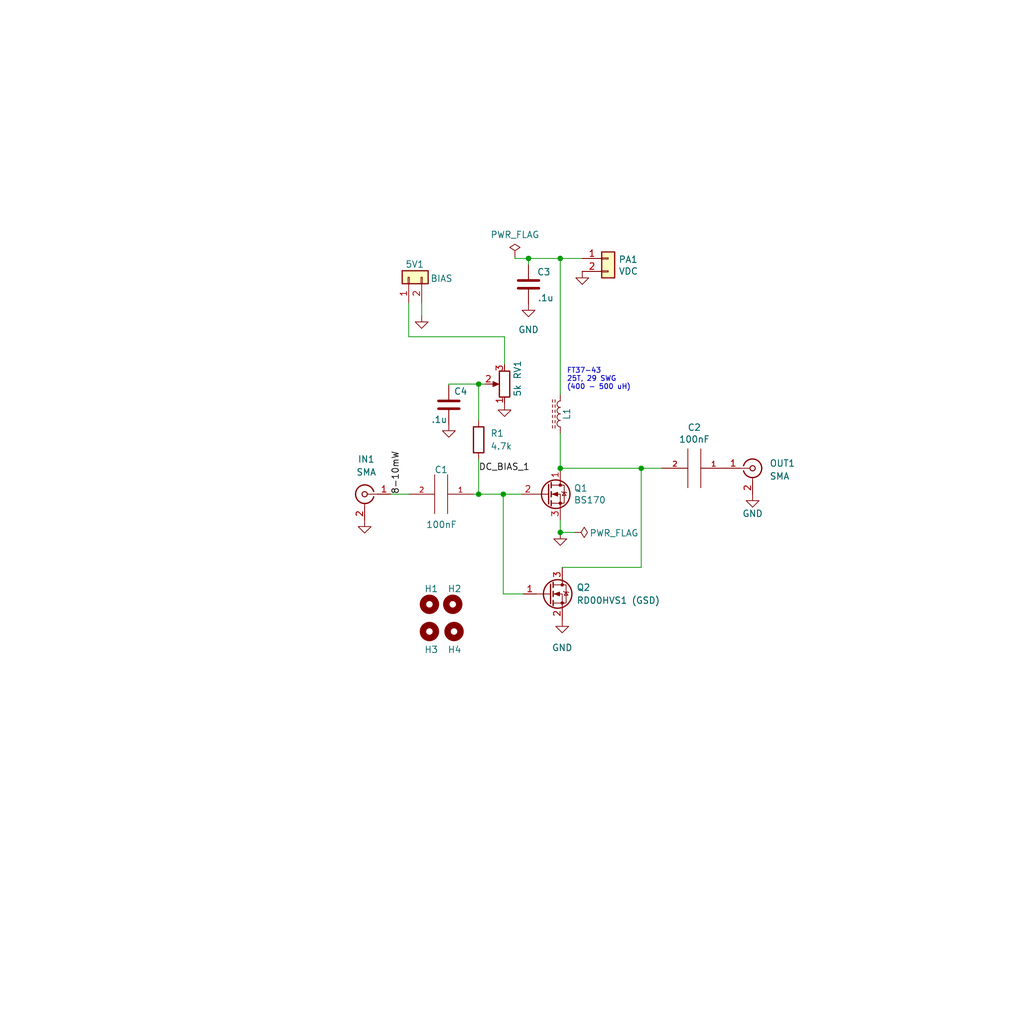
<source format=kicad_sch>
(kicad_sch (version 20211123) (generator eeschema)
  (paper "User" 200 200.812)
  (title_block (title "Experimental-Driver Block") (date "2022-03-13") (company "Dhiru Kholia (VU3CER)") (comment 1 "RF_IN -> ACT00 -> Voltage Divider -> BS170 chain"))
  (lib_symbols
    (symbol "Connector:Conn_Coaxial" (pin_names (offset 1.016) hide)
      (property "Reference" "J" (at 0.254 3.048 0))
      (property "Value" "Conn_Coaxial" (at 2.921 0 90))
      (symbol "Conn_Coaxial_0_1"
        (arc (start -1.778 -0.508) (mid 0.222 -1.808) (end 1.778 0) (stroke (width 0.254)))
        (polyline (pts (xy -2.54 0) (xy -0.508 0)))
        (polyline (pts (xy 0 -2.54) (xy 0 -1.778)))
        (circle (center 0 0) (radius 0.508) (stroke (width 0.2032)))
        (arc (start 1.778 0) (mid 0.222 1.8083) (end -1.778 0.508) (stroke (width 0.254)))
      )
      (symbol "Conn_Coaxial_1_1"
        (pin passive line (at -5.08 0 0) (length 2.54) (name "In") (number "1"))
        (pin passive line (at 0 -5.08 90) (length 2.54) (name "Ext") (number "2"))
      )
    )
    (symbol "Connector_Generic:Conn_01x02" (pin_names (offset 1.016) hide)
      (property "Reference" "J" (at 0 2.54 0))
      (property "Value" "Conn_01x02" (at 0 -5.08 0))
      (symbol "Conn_01x02_1_1"
        (rectangle (start -1.27 -2.413) (end 0 -2.667) (stroke (width 0.1524)))
        (rectangle (start -1.27 0.127) (end 0 -0.127) (stroke (width 0.1524)))
        (rectangle (start -1.27 1.27) (end 1.27 -3.81) (stroke (width 0.254)) (fill (type background)))
        (pin passive line (at -5.08 0 0) (length 3.81) (name "Pin_1") (number "1"))
        (pin passive line (at -5.08 -2.54 0) (length 3.81) (name "Pin_2") (number "2"))
      )
    )
    (symbol "Device:C" (pin_numbers hide) (pin_names (offset 0.254))
      (property "Reference" "C" (at 0.635 2.54 0))
      (property "Value" "C" (at 0.635 -2.54 0))
      (symbol "C_0_1"
        (polyline (pts (xy -2.032 -0.762) (xy 2.032 -0.762)) (stroke (width 0.508)))
        (polyline (pts (xy -2.032 0.762) (xy 2.032 0.762)) (stroke (width 0.508)))
      )
      (symbol "C_1_1"
        (pin passive line (at 0 3.81 270) (length 2.794) (name "~") (number "1"))
        (pin passive line (at 0 -3.81 90) (length 2.794) (name "~") (number "2"))
      )
    )
    (symbol "Device:L_Ferrite" (pin_numbers hide) (pin_names (offset 1.016) hide)
      (property "Reference" "L" (at -1.27 0 90))
      (property "Value" "L_Ferrite" (at 2.794 0 90))
      (symbol "L_Ferrite_0_1"
        (arc (start 0 -2.54) (mid 0.635 -1.905) (end 0 -1.27))
        (arc (start 0 -1.27) (mid 0.635 -0.635) (end 0 0))
        (polyline (pts (xy 1.016 -2.794) (xy 1.016 -2.286)))
        (polyline (pts (xy 1.016 -1.778) (xy 1.016 -1.27)))
        (polyline (pts (xy 1.016 -0.762) (xy 1.016 -0.254)))
        (polyline (pts (xy 1.016 0.254) (xy 1.016 0.762)))
        (polyline (pts (xy 1.016 1.27) (xy 1.016 1.778)))
        (polyline (pts (xy 1.016 2.286) (xy 1.016 2.794)))
        (polyline (pts (xy 1.524 -2.286) (xy 1.524 -2.794)))
        (polyline (pts (xy 1.524 -1.27) (xy 1.524 -1.778)))
        (polyline (pts (xy 1.524 -0.254) (xy 1.524 -0.762)))
        (polyline (pts (xy 1.524 0.762) (xy 1.524 0.254)))
        (polyline (pts (xy 1.524 1.778) (xy 1.524 1.27)))
        (polyline (pts (xy 1.524 2.794) (xy 1.524 2.286)))
        (arc (start 0 0) (mid 0.635 0.635) (end 0 1.27))
        (arc (start 0 1.27) (mid 0.635 1.905) (end 0 2.54))
      )
      (symbol "L_Ferrite_1_1"
        (pin passive line (at 0 3.81 270) (length 1.27) (name "1") (number "1"))
        (pin passive line (at 0 -3.81 90) (length 1.27) (name "2") (number "2"))
      )
    )
    (symbol "Device:Q_NMOS_GSD" (pin_names (offset 0) hide)
      (property "Reference" "Q" (at 5.08 1.27 0))
      (property "Value" "Q_NMOS_GSD" (at 5.08 -1.27 0))
      (symbol "Q_NMOS_GSD_0_1"
        (polyline (pts (xy 0.254 0) (xy -2.54 0)))
        (polyline (pts (xy 0.254 1.905) (xy 0.254 -1.905)) (stroke (width 0.254)))
        (polyline (pts (xy 0.762 -1.27) (xy 0.762 -2.286)) (stroke (width 0.254)))
        (polyline (pts (xy 0.762 0.508) (xy 0.762 -0.508)) (stroke (width 0.254)))
        (polyline (pts (xy 0.762 2.286) (xy 0.762 1.27)) (stroke (width 0.254)))
        (polyline (pts (xy 2.54 2.54) (xy 2.54 1.778)))
        (polyline (pts (xy 2.54 -2.54) (xy 2.54 0) (xy 0.762 0)))
        (polyline (pts (xy 0.762 -1.778) (xy 3.302 -1.778) (xy 3.302 1.778) (xy 0.762 1.778)))
        (polyline (pts (xy 1.016 0) (xy 2.032 0.381) (xy 2.032 -0.381) (xy 1.016 0)) (fill (type outline)))
        (polyline (pts (xy 2.794 0.508) (xy 2.921 0.381) (xy 3.683 0.381) (xy 3.81 0.254)))
        (polyline (pts (xy 3.302 0.381) (xy 2.921 -0.254) (xy 3.683 -0.254) (xy 3.302 0.381)))
        (circle (center 1.651 0) (radius 2.794) (stroke (width 0.254)))
        (circle (center 2.54 -1.778) (radius 0.254) (fill (type outline)))
        (circle (center 2.54 1.778) (radius 0.254) (fill (type outline)))
      )
      (symbol "Q_NMOS_GSD_1_1"
        (pin input line (at -5.08 0 0) (length 2.54) (name "G") (number "1"))
        (pin passive line (at 2.54 -5.08 90) (length 2.54) (name "S") (number "2"))
        (pin passive line (at 2.54 5.08 270) (length 2.54) (name "D") (number "3"))
      )
    )
    (symbol "Device:R" (pin_numbers hide) (pin_names (offset 0))
      (property "Reference" "R" (at 2.032 0 90))
      (property "Value" "R" (at 0 0 90))
      (symbol "R_0_1"
        (rectangle (start -1.016 -2.54) (end 1.016 2.54) (stroke (width 0.254)))
      )
      (symbol "R_1_1"
        (pin passive line (at 0 3.81 270) (length 1.27) (name "~") (number "1"))
        (pin passive line (at 0 -3.81 90) (length 1.27) (name "~") (number "2"))
      )
    )
    (symbol "Device:R_Potentiometer" (pin_names (offset 1.016) hide)
      (property "Reference" "RV" (at -4.445 0 90))
      (property "Value" "R_Potentiometer" (at -2.54 0 90))
      (symbol "R_Potentiometer_0_1"
        (polyline (pts (xy 2.54 0) (xy 1.524 0)))
        (polyline (pts (xy 1.143 0) (xy 2.286 0.508) (xy 2.286 -0.508) (xy 1.143 0)) (fill (type outline)))
        (rectangle (start 1.016 2.54) (end -1.016 -2.54) (stroke (width 0.254)))
      )
      (symbol "R_Potentiometer_1_1"
        (pin passive line (at 0 3.81 270) (length 1.27) (name "1") (number "1"))
        (pin passive line (at 3.81 0 180) (length 1.27) (name "2") (number "2"))
        (pin passive line (at 0 -3.81 90) (length 1.27) (name "3") (number "3"))
      )
    )
    (symbol "Mechanical:MountingHole" (pin_names (offset 1.016))
      (property "Reference" "H" (at 0 5.08 0))
      (property "Value" "MountingHole" (at 0 3.175 0))
      (symbol "MountingHole_0_1"
        (circle (center 0 0) (radius 1.27) (stroke (width 1.27)))
      )
    )
    (symbol "Transistor_FET:BS170" (pin_names hide)
      (property "Reference" "Q" (at 5.08 1.905 0))
      (property "Value" "BS170" (at 5.08 0 0))
      (symbol "BS170_0_1"
        (polyline (pts (xy 0.254 0) (xy -2.54 0)))
        (polyline (pts (xy 0.254 1.905) (xy 0.254 -1.905)) (stroke (width 0.254)))
        (polyline (pts (xy 0.762 -1.27) (xy 0.762 -2.286)) (stroke (width 0.254)))
        (polyline (pts (xy 0.762 0.508) (xy 0.762 -0.508)) (stroke (width 0.254)))
        (polyline (pts (xy 0.762 2.286) (xy 0.762 1.27)) (stroke (width 0.254)))
        (polyline (pts (xy 2.54 2.54) (xy 2.54 1.778)))
        (polyline (pts (xy 2.54 -2.54) (xy 2.54 0) (xy 0.762 0)))
        (polyline (pts (xy 0.762 -1.778) (xy 3.302 -1.778) (xy 3.302 1.778) (xy 0.762 1.778)))
        (polyline (pts (xy 1.016 0) (xy 2.032 0.381) (xy 2.032 -0.381) (xy 1.016 0)) (fill (type outline)))
        (polyline (pts (xy 2.794 0.508) (xy 2.921 0.381) (xy 3.683 0.381) (xy 3.81 0.254)))
        (polyline (pts (xy 3.302 0.381) (xy 2.921 -0.254) (xy 3.683 -0.254) (xy 3.302 0.381)))
        (circle (center 1.651 0) (radius 2.794) (stroke (width 0.254)))
        (circle (center 2.54 -1.778) (radius 0.254) (fill (type outline)))
        (circle (center 2.54 1.778) (radius 0.254) (fill (type outline)))
      )
      (symbol "BS170_1_1"
        (pin passive line (at 2.54 5.08 270) (length 2.54) (name "D") (number "1"))
        (pin input line (at -5.08 0 0) (length 2.54) (name "G") (number "2"))
        (pin passive line (at 2.54 -5.08 90) (length 2.54) (name "S") (number "3"))
      )
    )
    (symbol "power:GND" (power) (pin_names (offset 0))
      (property "Value" "GND" (at 0 -3.81 0))
      (symbol "GND_0_1"
        (polyline (pts (xy 0 0) (xy 0 -1.27) (xy 1.27 -1.27) (xy 0 -2.54) (xy -1.27 -1.27) (xy 0 -1.27)))
      )
      (symbol "GND_1_1"
        (pin power_in line (at 0 0 270) (length 0) hide (name "GND") (number "1"))
      )
    )
    (symbol "power:PWR_FLAG" (power) (pin_numbers hide) (pin_names (offset 0) hide)
      (property "Value" "PWR_FLAG" (at 0 3.81 0))
      (symbol "PWR_FLAG_0_0"
        (pin power_out line (at 0 0 90) (length 0) (name "pwr") (number "1"))
      )
      (symbol "PWR_FLAG_0_1"
        (polyline (pts (xy 0 0) (xy 0 1.27) (xy -1.016 1.905) (xy 0 2.54) (xy 1.016 1.905) (xy 0 1.27)))
      )
    )
    (symbol "pspice:CAP" (pin_names (offset 0.254))
      (property "Reference" "C" (at 2.54 3.81 90))
      (property "Value" "CAP" (at 2.54 -3.81 90))
      (symbol "CAP_0_1"
        (polyline (pts (xy -3.81 -1.27) (xy 3.81 -1.27)))
        (polyline (pts (xy -3.81 1.27) (xy 3.81 1.27)))
      )
      (symbol "CAP_1_1"
        (pin passive line (at 0 6.35 270) (length 5.08) (name "~") (number "1"))
        (pin passive line (at 0 -6.35 90) (length 5.08) (name "~") (number "2"))
      )
    )
  )
  (junction (at 98.679 96.901))
  (junction (at 109.855 104.394))
  (junction (at 125.73 91.821))
  (junction (at 93.853 96.901))
  (junction (at 109.855 50.673))
  (junction (at 93.853 75.311))
  (junction (at 109.855 91.821))
  (junction (at 103.632 50.673))
  (wire (pts (xy 93.853 75.311) (xy 88.011 75.311)))
  (wire (pts (xy 98.679 116.459) (xy 98.679 96.901)))
  (wire (pts (xy 102.616 116.459) (xy 98.679 116.459)))
  (wire (pts (xy 82.677 59.436) (xy 82.677 61.849)))
  (wire (pts (xy 109.855 50.673) (xy 109.855 77.343)))
  (wire (pts (xy 103.632 50.673) (xy 109.855 50.673)))
  (wire (pts (xy 109.855 91.821) (xy 125.73 91.821)))
  (wire (pts (xy 95.123 75.311) (xy 93.853 75.311)))
  (wire (pts (xy 109.855 91.821) (xy 109.855 84.963)))
  (wire (pts (xy 100.965 50.419) (xy 100.965 50.673)))
  (wire (pts (xy 98.933 66.04) (xy 98.933 71.501)))
  (wire (pts (xy 98.679 96.901) (xy 102.235 96.901)))
  (wire (pts (xy 80.137 66.04) (xy 98.933 66.04)))
  (wire (pts (xy 88.011 75.311) (xy 88.011 75.565)))
  (wire (pts (xy 110.236 111.252) (xy 125.73 111.252)))
  (wire (pts (xy 93.853 90.043) (xy 93.853 96.901)))
  (wire (pts (xy 109.855 50.673) (xy 114.173 50.673)))
  (wire (pts (xy 80.137 59.436) (xy 80.137 66.04)))
  (wire (pts (xy 109.855 104.394) (xy 112.649 104.394)))
  (wire (pts (xy 93.853 75.311) (xy 93.853 82.423)))
  (wire (pts (xy 110.236 111.252) (xy 110.236 111.379)))
  (wire (pts (xy 92.837 96.901) (xy 93.853 96.901)))
  (wire (pts (xy 109.855 101.981) (xy 109.855 104.394)))
  (wire (pts (xy 100.965 50.673) (xy 103.632 50.673)))
  (wire (pts (xy 103.632 51.943) (xy 103.632 50.673)))
  (wire (pts (xy 76.581 96.901) (xy 80.137 96.901)))
  (wire (pts (xy 93.853 96.901) (xy 98.679 96.901)))
  (wire (pts (xy 125.73 91.821) (xy 129.794 91.821)))
  (wire (pts (xy 125.73 111.252) (xy 125.73 91.821)))
  (text "FT37-43\n25T, 29 SWG\n(400 - 500 uH)" (at 111.125 76.581 0) (effects (font (size 0.9906 0.9906)) (justify left bottom)))
  (label "8-10mW" (at 78.613 96.901 90))
  (label "DC_BIAS_1" (at 93.853 92.583 0))
  (symbol (lib_id "pspice:CAP") (at 136.144 91.821 270) (unit 1)
    (property "Reference" "C2" (at 136.144 83.82 90))
    (property "Value" "100nF" (at 136.144 86.1314 90))
    (property "Footprint" "Capacitor_SMD:C_1206_3216Metric_Pad1.33x1.80mm_HandSolder" (effects hide))
  )
  (symbol (lib_id "power:GND") (at 71.501 101.981 0) (unit 1)
    (property "Reference" "#PWR0106" (effects hide))
    (property "Value" "GND" (effects hide))
  )
  (symbol (lib_id "Transistor_FET:BS170") (at 107.315 96.901 0) (unit 1)
    (property "Reference" "Q1" (at 112.4966 95.7326 0) (effects (justify left)))
    (property "Value" "BS170" (at 112.4966 98.044 0) (effects (justify left)))
    (property "Footprint" "Connector_PinSocket_2.54mm:PinSocket_1x03_P2.54mm_Vertical" (effects hide))
    (property "Datasheet" "https://www.onsemi.com/pub/Collateral/BS170-D.PDF" (effects hide))
  )
  (symbol (lib_id "pspice:CAP") (at 86.487 96.901 270) (unit 1)
    (property "Reference" "C1" (at 86.5124 92.1004 90))
    (property "Value" "100nF" (at 86.5632 102.87 90))
    (property "Footprint" "Capacitor_SMD:C_1206_3216Metric_Pad1.33x1.80mm_HandSolder" (effects hide))
  )
  (symbol (lib_id "Device:R_Potentiometer") (at 98.933 75.311 180) (unit 1)
    (property "Reference" "RV1" (at 101.473 72.517 90))
    (property "Value" "5k" (at 101.473 76.581 90))
    (property "Footprint" "Potentiometer_THT:Potentiometer_Runtron_RM-065_Vertical" (effects hide))
  )
  (symbol (lib_id "Device:L_Ferrite") (at 109.855 81.153 180) (unit 1)
    (property "Reference" "L1" (at 111.125 81.153 90))
    (property "Value" "L_Ferrite" (effects hide))
    (property "Footprint" "Inductor_THT:L_Toroid_Vertical_L10.0mm_W5.0mm_P5.08mm" (effects hide))
  )
  (symbol (lib_id "Mechanical:MountingHole") (at 89.027 123.825 0) (unit 1)
    (property "Reference" "H4" (at 87.757 127.381 0) (effects (justify left)))
    (property "Value" "MountingHole" (effects hide))
    (property "Footprint" "MountingHole:MountingHole_2.2mm_M2" (effects hide))
  )
  (symbol (lib_id "power:GND") (at 109.855 104.394 0) (unit 1)
    (property "Reference" "#PWR0114" (effects hide))
    (property "Value" "GND" (effects hide))
  )
  (symbol (lib_id "power:GND") (at 82.677 61.849 0) (unit 1)
    (property "Reference" "#PWR05" (effects hide))
    (property "Value" "GND" (effects hide))
  )
  (symbol (lib_id "power:GND") (at 110.236 121.539 0) (unit 1)
    (property "Reference" "#PWR03" (effects hide))
    (property "Value" "GND" (at 110.236 127 0))
  )
  (symbol (lib_id "Mechanical:MountingHole") (at 84.201 123.825 0) (unit 1)
    (property "Reference" "H3" (at 83.185 127.381 0) (effects (justify left)))
    (property "Value" "MountingHole" (effects hide))
    (property "Footprint" "MountingHole:MountingHole_2.2mm_M2" (effects hide))
  )
  (symbol (lib_id "Device:C") (at 88.011 79.375 0) (unit 1)
    (property "Reference" "C4" (at 88.9762 76.7334 0) (effects (justify left)))
    (property "Value" ".1u" (at 84.5566 82.2706 0) (effects (justify left)))
    (property "Footprint" "Capacitor_SMD:C_1206_3216Metric_Pad1.33x1.80mm_HandSolder" (effects hide))
  )
  (symbol (lib_id "power:PWR_FLAG") (at 100.965 50.419 0) (unit 1)
    (property "Reference" "#FLG0102" (effects hide))
    (property "Value" "PWR_FLAG" (at 100.965 46.0248 0))
  )
  (symbol (lib_id "Connector:Conn_Coaxial") (at 71.501 96.901 0) (mirror y) (unit 1)
    (property "Reference" "IN1" (at 71.8184 90.043 0))
    (property "Value" "SMA" (at 71.8184 92.583 0))
    (property "Footprint" "Connector_Coaxial:SMA_Amphenol_901-144_Vertical" (effects hide))
    (property "Datasheet" " ~" (effects hide))
  )
  (symbol (lib_id "Connector:Conn_Coaxial") (at 147.574 91.821 0) (unit 1)
    (property "Reference" "OUT1" (at 150.876 90.8441 0) (effects (justify left)))
    (property "Value" "SMA" (at 150.876 93.3841 0) (effects (justify left)))
    (property "Footprint" "Connector_Coaxial:SMA_Amphenol_901-144_Vertical" (effects hide))
    (property "Datasheet" " ~" (effects hide))
  )
  (symbol (lib_id "Connector_Generic:Conn_01x02") (at 119.253 50.673 0) (unit 1)
    (property "Reference" "PA1" (at 121.285 50.8762 0) (effects (justify left)))
    (property "Value" "VDC" (at 121.285 53.1876 0) (effects (justify left)))
    (property "Footprint" "Connector_PinHeader_2.54mm:PinHeader_1x02_P2.54mm_Vertical" (effects hide))
  )
  (symbol (lib_id "power:GND") (at 114.173 53.213 0) (unit 1)
    (property "Reference" "#PWR0103" (effects hide))
    (property "Value" "GND" (effects hide))
  )
  (symbol (lib_id "power:GND") (at 147.574 96.901 0) (mirror y) (unit 1)
    (property "Reference" "#PWR01" (effects hide))
    (property "Value" "GND" (at 147.574 100.711 0))
  )
  (symbol (lib_id "Device:R") (at 93.853 86.233 0) (unit 1)
    (property "Reference" "R1" (at 96.139 84.9629 0) (effects (justify left)))
    (property "Value" "4.7k" (at 96.139 87.5029 0) (effects (justify left)))
    (property "Footprint" "Resistor_SMD:R_1206_3216Metric_Pad1.30x1.75mm_HandSolder" (effects hide))
  )
  (symbol (lib_id "Device:Q_NMOS_GSD") (at 107.696 116.459 0) (unit 1)
    (property "Reference" "Q2" (at 113.03 115.1889 0) (effects (justify left)))
    (property "Value" "RD00HVS1 (GSD)" (at 113.03 117.7289 0) (effects (justify left)))
    (property "Footprint" "Connector_PinSocket_2.54mm:PinSocket_1x03_P2.54mm_Vertical" (effects hide))
  )
  (symbol (lib_id "Mechanical:MountingHole") (at 88.773 118.491 0) (unit 1)
    (property "Reference" "H2" (at 87.757 115.443 0) (effects (justify left)))
    (property "Value" "MountingHole" (effects hide))
    (property "Footprint" "MountingHole:MountingHole_2.2mm_M2" (effects hide))
  )
  (symbol (lib_id "power:GND") (at 98.933 79.121 0) (unit 1)
    (property "Reference" "#PWR0101" (effects hide))
    (property "Value" "GND" (effects hide))
  )
  (symbol (lib_id "Device:C") (at 103.632 55.753 0) (unit 1)
    (property "Reference" "C3" (at 105.283 53.34 0) (effects (justify left)))
    (property "Value" ".1u" (at 105.41 58.42 0) (effects (justify left)))
    (property "Footprint" "Capacitor_SMD:C_1206_3216Metric_Pad1.33x1.80mm_HandSolder" (effects hide))
  )
  (symbol (lib_id "power:GND") (at 103.632 59.563 0) (unit 1)
    (property "Reference" "#PWR02" (effects hide))
    (property "Value" "GND" (at 103.632 64.643 0))
  )
  (symbol (lib_id "power:PWR_FLAG") (at 112.649 104.394 270) (unit 1)
    (property "Reference" "#FLG0101" (effects hide))
    (property "Value" "PWR_FLAG" (at 120.396 104.521 90))
  )
  (symbol (lib_id "Mechanical:MountingHole") (at 84.201 118.491 0) (unit 1)
    (property "Reference" "H1" (at 83.185 115.443 0) (effects (justify left)))
    (property "Value" "MountingHole" (effects hide))
    (property "Footprint" "MountingHole:MountingHole_2.2mm_M2" (effects hide))
  )
  (symbol (lib_id "power:GND") (at 88.011 83.185 0) (unit 1)
    (property "Reference" "#PWR04" (effects hide))
    (property "Value" "GND" (effects hide))
  )
  (symbol (lib_id "Connector_Generic:Conn_01x02") (at 80.137 54.356 90) (unit 1)
    (property "Reference" "5V1" (at 83.185 51.816 90) (effects (justify left)))
    (property "Value" "BIAS" (at 88.773 54.61 90) (effects (justify left)))
    (property "Footprint" "Connector_PinHeader_2.54mm:PinHeader_1x02_P2.54mm_Vertical" (effects hide))
  )
)
</source>
